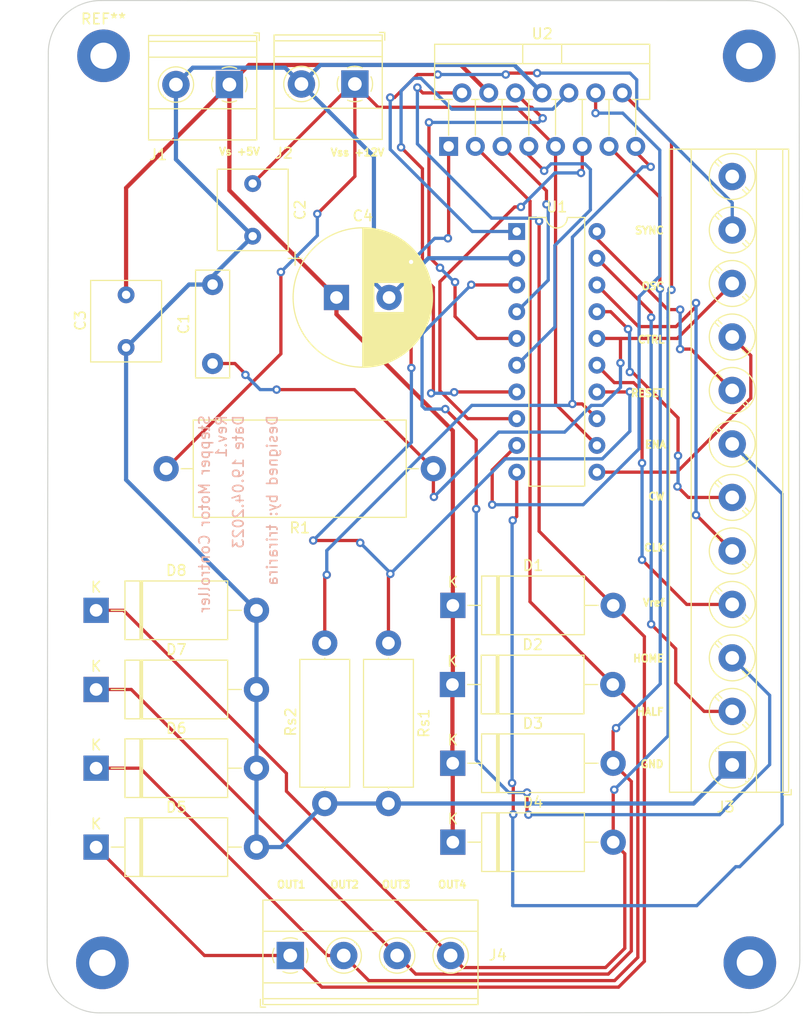
<source format=kicad_pcb>
(kicad_pcb (version 20221018) (generator pcbnew)
  (title_block (title "Stepper Motor Controler") (date "2023-04-19") (rev "REV1") (company "Trilalila"))
  (layers (0 "F.Cu" signal) (31 "B.Cu" signal) (34 "B.Paste" user) (35 "F.Paste" user) (36 "B.SilkS" user "B.Silkscreen") (37 "F.SilkS" user "F.Silkscreen") (38 "B.Mask" user) (39 "F.Mask" user) (44 "Edge.Cuts" user))
  (net 0 "")
  (net 1 "/OSC")
  (net 2 "GND")
  (net 3 "VSS")
  (net 4 "VS")
  (net 5 "Net-(D1-A)")
  (net 6 "Net-(D2-A)")
  (net 7 "Net-(D3-A)")
  (net 8 "Net-(D4-A)")
  (net 9 "/HALF")
  (net 10 "/HOME")
  (net 11 "/Vref")
  (net 12 "/CLK")
  (net 13 "/CW")
  (net 14 "/ENA")
  (net 15 "/RESET")
  (net 16 "/CTRL")
  (net 17 "/SYNC")
  (net 19 "/Rs1")
  (net 20 "/Rs2")
  (net 21 "Net-(U1-A)")
  (net 22 "Net-(U1-INH1)")
  (net 23 "Net-(U1-B)")
  (net 24 "Net-(U1-C)")
  (net 25 "Net-(U1-INH2)")
  (net 26 "Net-(U1-D)")
  (footprint "Diode_THT:D_DO-27_P15.24mm_Horizontal" (layer "F.Cu") (at 153.76 118.083332)
    (fp_text reference "D3" (at 7.62 -3.785) (layer "F.SilkS"))
    (fp_text value "D_Schottky")
    (fp_text user "K" (at 0 -2.2) (layer "F.SilkS"))
    (pad "1" thru_hole rect (at 0 0) (size 2.4 2.4) (drill 1.2) (layers "*.Cu" "*.Mask") (net 4 "VS"))
    (pad "2" thru_hole oval (at 15.24 0) (size 2.4 2.4) (drill 1.2) (layers "*.Cu" "*.Mask") (net 7 "Net-(D3-A)"))
  )
  (footprint "TerminalBlock_Phoenix:TerminalBlock_Phoenix_MKDS-3-12-5.08_1x12_P5.08mm_Horizontal" (layer "F.Cu") (at 180.32 118.24 90)
    (fp_text reference "J3" (at -4 -0.63 180) (layer "F.SilkS"))
    (fp_text value "Screw_Terminal_01x12")
    (pad "1" thru_hole rect (at 0 0 90) (size 2.6 2.6) (drill 1.3) (layers "*.Cu" "*.Mask") (net 2 "GND"))
    (pad "2" thru_hole circle (at 5.08 0 90) (size 2.6 2.6) (drill 1.3) (layers "*.Cu" "*.Mask") (net 9 "/HALF"))
    (pad "3" thru_hole circle (at 10.16 0 90) (size 2.6 2.6) (drill 1.3) (layers "*.Cu" "*.Mask") (net 10 "/HOME"))
    (pad "4" thru_hole circle (at 15.24 0 90) (size 2.6 2.6) (drill 1.3) (layers "*.Cu" "*.Mask") (net 11 "/Vref"))
    (pad "5" thru_hole circle (at 20.32 0 90) (size 2.6 2.6) (drill 1.3) (layers "*.Cu" "*.Mask") (net 12 "/CLK"))
    (pad "6" thru_hole circle (at 25.4 0 90) (size 2.6 2.6) (drill 1.3) (layers "*.Cu" "*.Mask") (net 13 "/CW"))
    (pad "7" thru_hole circle (at 30.48 0 90) (size 2.6 2.6) (drill 1.3) (layers "*.Cu" "*.Mask") (net 14 "/ENA"))
    (pad "8" thru_hole circle (at 35.56 0 90) (size 2.6 2.6) (drill 1.3) (layers "*.Cu" "*.Mask") (net 15 "/RESET"))
    (pad "9" thru_hole circle (at 40.64 0 90) (size 2.6 2.6) (drill 1.3) (layers "*.Cu" "*.Mask") (net 16 "/CTRL"))
    (pad "10" thru_hole circle (at 45.72 0 90) (size 2.6 2.6) (drill 1.3) (layers "*.Cu" "*.Mask") (net 1 "/OSC"))
    (pad "11" thru_hole circle (at 50.8 0 90) (size 2.6 2.6) (drill 1.3) (layers "*.Cu" "*.Mask") (net 17 "/SYNC"))
    (pad "12" thru_hole circle (at 55.88 0 90) (size 2.6 2.6) (drill 1.3) (layers "*.Cu" "*.Mask"))
  )
  (footprint "" (layer "F.Cu") (at 120.4655 137.0445)
    (fp_text reference "" (at 0 0) (layer "F.SilkS") (effects (font (size 1.27 1.27))))
    (fp_text value "" (at 0 0) (layer "F.SilkS") (effects (font (size 1.27 1.27))))
    (pad "1" thru_hole circle (at 0 0) (size 5 5) (drill 2.5) (layers "*.Cu" "*.Mask"))
  )
  (footprint "Capacitor_THT:C_Rect_L7.5mm_W6.5mm_P5.00mm" (layer "F.Cu") (at 134.75 63.03 -90)
    (fp_text reference "C2" (at 2.5 -4.5 90) (layer "F.SilkS"))
    (fp_text value "100nF")
    (pad "1" thru_hole circle (at 0 0 270) (size 1.6 1.6) (drill 0.8) (layers "*.Cu" "*.Mask") (net 3 "VSS"))
    (pad "2" thru_hole circle (at 5 0 270) (size 1.6 1.6) (drill 0.8) (layers "*.Cu" "*.Mask") (net 2 "GND"))
  )
  (footprint "TerminalBlock_Phoenix:TerminalBlock_Phoenix_MKDS-1,5-2-5.08_1x02_P5.08mm_Horizontal" (layer "F.Cu") (at 132.535 53.625 180)
    (fp_text reference "J1" (at 6.775 -6.665) (layer "F.SilkS"))
    (fp_text value "Screw_Terminal_01x02")
    (pad "1" thru_hole rect (at 0 0 180) (size 2.6 2.6) (drill 1.3) (layers "*.Cu" "*.Mask") (net 4 "VS"))
    (pad "2" thru_hole circle (at 5.08 0 180) (size 2.6 2.6) (drill 1.3) (layers "*.Cu" "*.Mask") (net 2 "GND"))
  )
  (footprint "Diode_THT:D_DO-27_P15.24mm_Horizontal" (layer "F.Cu") (at 119.87 103.56)
    (fp_text reference "D8" (at 7.62 -3.785) (layer "F.SilkS"))
    (fp_text value "D_Schottky")
    (fp_text user "K" (at 0 -2.2) (layer "F.SilkS"))
    (pad "1" thru_hole rect (at 0 0) (size 2.4 2.4) (drill 1.2) (layers "*.Cu" "*.Mask") (net 8 "Net-(D4-A)"))
    (pad "2" thru_hole oval (at 15.24 0) (size 2.4 2.4) (drill 1.2) (layers "*.Cu" "*.Mask") (net 2 "GND"))
  )
  (footprint "Diode_THT:D_DO-27_P15.24mm_Horizontal" (layer "F.Cu") (at 153.77 103.09)
    (fp_text reference "D1" (at 7.62 -3.785) (layer "F.SilkS"))
    (fp_text value "D_Schottky")
    (fp_text user "K" (at 0 -2.2) (layer "F.SilkS"))
    (pad "1" thru_hole rect (at 0 0) (size 2.4 2.4) (drill 1.2) (layers "*.Cu" "*.Mask") (net 4 "VS"))
    (pad "2" thru_hole oval (at 15.24 0) (size 2.4 2.4) (drill 1.2) (layers "*.Cu" "*.Mask") (net 5 "Net-(D1-A)"))
  )
  (footprint "Diode_THT:D_DO-27_P15.24mm_Horizontal" (layer "F.Cu") (at 119.87 126.05)
    (fp_text reference "D5" (at 7.62 -3.785) (layer "F.SilkS"))
    (fp_text value "D_Schottky")
    (fp_text user "K" (at 0 -2.2) (layer "F.SilkS"))
    (pad "1" thru_hole rect (at 0 0) (size 2.4 2.4) (drill 1.2) (layers "*.Cu" "*.Mask") (net 5 "Net-(D1-A)"))
    (pad "2" thru_hole oval (at 15.24 0) (size 2.4 2.4) (drill 1.2) (layers "*.Cu" "*.Mask") (net 2 "GND"))
  )
  (footprint "MountingHole:MountingHole_2.5mm_Pad" (layer "F.Cu") (at 120.57553 50.89553)
    (fp_text reference "REF**" (at 0 -3.5) (layer "F.SilkS"))
    (fp_text value "MountingHole_2.5mm_Pad")
    (pad "1" thru_hole circle (at 0 0) (size 5 5) (drill 2.5) (layers "*.Cu" "*.Mask"))
  )
  (footprint "Diode_THT:D_DO-27_P15.24mm_Horizontal" (layer "F.Cu") (at 119.87 111.07875)
    (fp_text reference "D7" (at 7.62 -3.785) (layer "F.SilkS"))
    (fp_text value "D_Schottky")
    (fp_text user "K" (at 0 -2.2) (layer "F.SilkS"))
    (pad "1" thru_hole rect (at 0 0) (size 2.4 2.4) (drill 1.2) (layers "*.Cu" "*.Mask") (net 7 "Net-(D3-A)"))
    (pad "2" thru_hole oval (at 15.24 0) (size 2.4 2.4) (drill 1.2) (layers "*.Cu" "*.Mask") (net 2 "GND"))
  )
  (footprint "Capacitor_THT:C_Rect_L10.0mm_W3.0mm_P7.50mm_FKS3_FKP3" (layer "F.Cu") (at 130.94 80.12 90)
    (fp_text reference "C1" (at 3.75 -2.75 90) (layer "F.SilkS"))
    (fp_text value "3.3nF")
    (pad "1" thru_hole circle (at 0 0 90) (size 2 2) (drill 1) (layers "*.Cu" "*.Mask") (net 1 "/OSC"))
    (pad "2" thru_hole circle (at 7.5 0 90) (size 2 2) (drill 1) (layers "*.Cu" "*.Mask") (net 2 "GND"))
  )
  (footprint "Capacitor_THT:C_Rect_L7.5mm_W6.5mm_P5.00mm" (layer "F.Cu") (at 122.72 73.6 -90)
    (fp_text reference "C3" (at 2.44 4.35 90) (layer "F.SilkS"))
    (fp_text value "100nF")
    (pad "1" thru_hole circle (at 0 0 270) (size 1.6 1.6) (drill 0.8) (layers "*.Cu" "*.Mask") (net 4 "VS"))
    (pad "2" thru_hole circle (at 5 0 270) (size 1.6 1.6) (drill 0.8) (layers "*.Cu" "*.Mask") (net 2 "GND"))
  )
  (footprint "Diode_THT:D_DO-27_P15.24mm_Horizontal" (layer "F.Cu") (at 119.87 118.553332)
    (fp_text reference "D6" (at 7.62 -3.785) (layer "F.SilkS"))
    (fp_text value "D_Schottky")
    (fp_text user "K" (at 0 -2.2) (layer "F.SilkS"))
    (pad "1" thru_hole rect (at 0 0) (size 2.4 2.4) (drill 1.2) (layers "*.Cu" "*.Mask") (net 6 "Net-(D2-A)"))
    (pad "2" thru_hole oval (at 15.24 0) (size 2.4 2.4) (drill 1.2) (layers "*.Cu" "*.Mask") (net 2 "GND"))
  )
  (footprint "Package_TO_SOT_THT:TO-220-15_P2.54x2.54mm_StaggerOdd_Lead4.58mm_Vertical" (layer "F.Cu") (at 153.37 59.5)
    (fp_text reference "U2" (at 8.89 -10.7) (layer "F.SilkS"))
    (fp_text value "L298N")
    (pad "1" thru_hole rect (at 0 0) (size 1.8 1.8) (drill 1) (layers "*.Cu" "*.Mask") (net 19 "/Rs1"))
    (pad "2" thru_hole oval (at 1.27 -5.08) (size 1.8 1.8) (drill 1) (layers "*.Cu" "*.Mask") (net 5 "Net-(D1-A)"))
    (pad "3" thru_hole oval (at 2.54 0) (size 1.8 1.8) (drill 1) (layers "*.Cu" "*.Mask") (net 6 "Net-(D2-A)"))
    (pad "4" thru_hole oval (at 3.81 -5.08) (size 1.8 1.8) (drill 1) (layers "*.Cu" "*.Mask") (net 4 "VS"))
    (pad "5" thru_hole oval (at 5.08 0) (size 1.8 1.8) (drill 1) (layers "*.Cu" "*.Mask") (net 21 "Net-(U1-A)"))
    (pad "6" thru_hole oval (at 6.35 -5.08) (size 1.8 1.8) (drill 1) (layers "*.Cu" "*.Mask") (net 22 "Net-(U1-INH1)"))
    (pad "7" thru_hole oval (at 7.62 0) (size 1.8 1.8) (drill 1) (layers "*.Cu" "*.Mask") (net 23 "Net-(U1-B)"))
    (pad "8" thru_hole oval (at 8.89 -5.08) (size 1.8 1.8) (drill 1) (layers "*.Cu" "*.Mask") (net 2 "GND"))
    (pad "9" thru_hole oval (at 10.16 0) (size 1.8 1.8) (drill 1) (layers "*.Cu" "*.Mask") (net 3 "VSS"))
    (pad "10" thru_hole oval (at 11.43 -5.08) (size 1.8 1.8) (drill 1) (layers "*.Cu" "*.Mask") (net 24 "Net-(U1-C)"))
    (pad "11" thru_hole oval (at 12.7 0) (size 1.8 1.8) (drill 1) (layers "*.Cu" "*.Mask") (net 25 "Net-(U1-INH2)"))
    (pad "12" thru_hole oval (at 13.97 -5.08) (size 1.8 1.8) (drill 1) (layers "*.Cu" "*.Mask") (net 26 "Net-(U1-D)"))
    (pad "13" thru_hole oval (at 15.24 0) (size 1.8 1.8) (drill 1) (layers "*.Cu" "*.Mask") (net 7 "Net-(D3-A)"))
    (pad "14" thru_hole oval (at 16.51 -5.08) (size 1.8 1.8) (drill 1) (layers "*.Cu" "*.Mask") (net 8 "Net-(D4-A)"))
    (pad "15" thru_hole oval (at 17.78 0) (size 1.8 1.8) (drill 1) (layers "*.Cu" "*.Mask") (net 20 "/Rs2"))
  )
  (footprint "TerminalBlock_Phoenix:TerminalBlock_Phoenix_MKDS-1,5-2-5.08_1x02_P5.08mm_Horizontal" (layer "F.Cu") (at 144.46 53.575 180)
    (fp_text reference "J2" (at 6.74 -6.575) (layer "F.SilkS"))
    (fp_text value "Screw_Terminal_01x02")
    (pad "1" thru_hole rect (at 0 0 180) (size 2.6 2.6) (drill 1.3) (layers "*.Cu" "*.Mask") (net 3 "VSS"))
    (pad "2" thru_hole circle (at 5.08 0 180) (size 2.6 2.6) (drill 1.3) (layers "*.Cu" "*.Mask") (net 2 "GND"))
  )
  (footprint "Resistor_THT:R_Axial_DIN0414_L11.9mm_D4.5mm_P15.24mm_Horizontal" (layer "F.Cu") (at 147.65 106.67 -90)
    (fp_text reference "Rs1" (at 7.62 -3.37 90) (layer "F.SilkS"))
    (fp_text value "0.5 Ohm")
    (pad "1" thru_hole circle (at 0 0 270) (size 2.4 2.4) (drill 1.2) (layers "*.Cu" "*.Mask") (net 19 "/Rs1"))
    (pad "2" thru_hole oval (at 15.24 0 270) (size 2.4 2.4) (drill 1.2) (layers "*.Cu" "*.Mask") (net 2 "GND"))
  )
  (footprint "Diode_THT:D_DO-27_P15.24mm_Horizontal" (layer "F.Cu") (at 153.73 110.60875)
    (fp_text reference "D2" (at 7.62 -3.785) (layer "F.SilkS"))
    (fp_text value "D_Schottky")
    (fp_text user "K" (at 0 -2.2) (layer "F.SilkS"))
    (pad "1" thru_hole rect (at 0 0) (size 2.4 2.4) (drill 1.2) (layers "*.Cu" "*.Mask") (net 4 "VS"))
    (pad "2" thru_hole oval (at 15.24 0) (size 2.4 2.4) (drill 1.2) (layers "*.Cu" "*.Mask") (net 6 "Net-(D2-A)"))
  )
  (footprint "TerminalBlock_Phoenix:TerminalBlock_Phoenix_MKDS-1,5-4-5.08_1x04_P5.08mm_Horizontal" (layer "F.Cu") (at 138.32 136.345)
    (fp_text reference "J4" (at 19.72 -0.035) (layer "F.SilkS"))
    (fp_text value "Screw_Terminal_01x04")
    (pad "1" thru_hole rect (at 0 0) (size 2.6 2.6) (drill 1.3) (layers "*.Cu" "*.Mask") (net 5 "Net-(D1-A)"))
    (pad "2" thru_hole circle (at 5.08 0) (size 2.6 2.6) (drill 1.3) (layers "*.Cu" "*.Mask") (net 6 "Net-(D2-A)"))
    (pad "3" thru_hole circle (at 10.16 0) (size 2.6 2.6) (drill 1.3) (layers "*.Cu" "*.Mask") (net 7 "Net-(D3-A)"))
    (pad "4" thru_hole circle (at 15.24 0) (size 2.6 2.6) (drill 1.3) (layers "*.Cu" "*.Mask") (net 8 "Net-(D4-A)"))
  )
  (footprint "Capacitor_THT:CP_Radial_D13.0mm_P5.00mm" (layer "F.Cu") (at 142.71 73.85)
    (fp_text reference "C4" (at 2.5 -7.75) (layer "F.SilkS"))
    (fp_text value "470uF")
    (pad "1" thru_hole rect (at 0 0) (size 2.4 2.4) (drill 1.2) (layers "*.Cu" "*.Mask") (net 4 "VS"))
    (pad "2" thru_hole circle (at 5 0) (size 2.4 2.4) (drill 1.2) (layers "*.Cu" "*.Mask") (net 2 "GND"))
  )
  (footprint "" (layer "F.Cu") (at 181.9345 50.9055)
    (fp_text reference "" (at 0 0) (layer "F.SilkS") (effects (font (size 1.27 1.27))))
    (fp_text value "" (at 0 0) (layer "F.SilkS") (effects (font (size 1.27 1.27))))
    (pad "1" thru_hole circle (at 0 0) (size 5 5) (drill 2.5) (layers "*.Cu" "*.Mask"))
  )
  (footprint "Diode_THT:D_DO-27_P15.24mm_Horizontal" (layer "F.Cu") (at 153.77 125.58)
    (fp_text reference "D4" (at 7.62 -3.785) (layer "F.SilkS"))
    (fp_text value "D_Schottky")
    (fp_text user "K" (at 0 -2.2) (layer "F.SilkS"))
    (pad "1" thru_hole rect (at 0 0) (size 2.4 2.4) (drill 1.2) (layers "*.Cu" "*.Mask") (net 4 "VS"))
    (pad "2" thru_hole oval (at 15.24 0) (size 2.4 2.4) (drill 1.2) (layers "*.Cu" "*.Mask") (net 8 "Net-(D4-A)"))
  )
  (footprint "" (layer "F.Cu") (at 181.9945 137.0245)
    (fp_text reference "" (at 0 0) (layer "F.SilkS") (effects (font (size 1.27 1.27))))
    (fp_text value "" (at 0 0) (layer "F.SilkS") (effects (font (size 1.27 1.27))))
    (pad "1" thru_hole circle (at 0 0) (size 5 5) (drill 2.5) (layers "*.Cu" "*.Mask"))
  )
  (footprint "Resistor_THT:R_Axial_DIN0414_L11.9mm_D4.5mm_P15.24mm_Horizontal" (layer "F.Cu") (at 141.6 106.67 -90)
    (fp_text reference "Rs2" (at 7.49 3.24 90) (layer "F.SilkS"))
    (fp_text value "0.5 Ohm")
    (pad "1" thru_hole circle (at 0 0 270) (size 2.4 2.4) (drill 1.2) (layers "*.Cu" "*.Mask") (net 20 "/Rs2"))
    (pad "2" thru_hole oval (at 15.24 0 270) (size 2.4 2.4) (drill 1.2) (layers "*.Cu" "*.Mask") (net 2 "GND"))
  )
  (footprint "Package_DIP:DIP-20_W7.62mm" (layer "F.Cu") (at 159.84 67.58)
    (fp_text reference "U1" (at 3.81 -2.33) (layer "F.SilkS"))
    (fp_text value "L297")
    (pad "1" thru_hole rect (at 0 0) (size 1.6 1.6) (drill 0.8) (layers "*.Cu" "*.Mask") (net 17 "/SYNC"))
    (pad "2" thru_hole oval (at 0 2.54) (size 1.6 1.6) (drill 0.8) (layers "*.Cu" "*.Mask") (net 2 "GND"))
    (pad "3" thru_hole oval (at 0 5.08) (size 1.6 1.6) (drill 0.8) (layers "*.Cu" "*.Mask") (net 10 "/HOME"))
    (pad "4" thru_hole oval (at 0 7.62) (size 1.6 1.6) (drill 0.8) (layers "*.Cu" "*.Mask") (net 21 "Net-(U1-A)"))
    (pad "5" thru_hole oval (at 0 10.16) (size 1.6 1.6) (drill 0.8) (layers "*.Cu" "*.Mask") (net 22 "Net-(U1-INH1)"))
    (pad "6" thru_hole oval (at 0 12.7) (size 1.6 1.6) (drill 0.8) (layers "*.Cu" "*.Mask") (net 23 "Net-(U1-B)"))
    (pad "7" thru_hole oval (at 0 15.24) (size 1.6 1.6) (drill 0.8) (layers "*.Cu" "*.Mask") (net 24 "Net-(U1-C)"))
    (pad "8" thru_hole oval (at 0 17.78) (size 1.6 1.6) (drill 0.8) (layers "*.Cu" "*.Mask") (net 25 "Net-(U1-INH2)"))
    (pad "9" thru_hole oval (at 0 20.32) (size 1.6 1.6) (drill 0.8) (layers "*.Cu" "*.Mask") (net 26 "Net-(U1-D)"))
    (pad "10" thru_hole oval (at 0 22.86) (size 1.6 1.6) (drill 0.8) (layers "*.Cu" "*.Mask") (net 14 "/ENA"))
    (pad "11" thru_hole oval (at 7.62 22.86) (size 1.6 1.6) (drill 0.8) (layers "*.Cu" "*.Mask") (net 16 "/CTRL"))
    (pad "12" thru_hole oval (at 7.62 20.32) (size 1.6 1.6) (drill 0.8) (layers "*.Cu" "*.Mask") (net 3 "VSS"))
    (pad "13" thru_hole oval (at 7.62 17.78) (size 1.6 1.6) (drill 0.8) (layers "*.Cu" "*.Mask") (net 20 "/Rs2"))
    (pad "14" thru_hole oval (at 7.62 15.24) (size 1.6 1.6) (drill 0.8) (layers "*.Cu" "*.Mask") (net 19 "/Rs1"))
    (pad "15" thru_hole oval (at 7.62 12.7) (size 1.6 1.6) (drill 0.8) (layers "*.Cu" "*.Mask") (net 11 "/Vref"))
    (pad "16" thru_hole oval (at 7.62 10.16) (size 1.6 1.6) (drill 0.8) (layers "*.Cu" "*.Mask") (net 1 "/OSC"))
    (pad "17" thru_hole oval (at 7.62 7.62) (size 1.6 1.6) (drill 0.8) (layers "*.Cu" "*.Mask") (net 13 "/CW"))
    (pad "18" thru_hole oval (at 7.62 5.08) (size 1.6 1.6) (drill 0.8) (layers "*.Cu" "*.Mask") (net 12 "/CLK"))
    (pad "19" thru_hole oval (at 7.62 2.54) (size 1.6 1.6) (drill 0.8) (layers "*.Cu" "*.Mask") (net 9 "/HALF"))
    (pad "20" thru_hole oval (at 7.62 0) (size 1.6 1.6) (drill 0.8) (layers "*.Cu" "*.Mask") (net 15 "/RESET"))
  )
  (footprint "Resistor_THT:R_Axial_DIN0922_L20.0mm_D9.0mm_P25.40mm_Horizontal" (layer "F.Cu") (at 151.92 90.11 180)
    (fp_text reference "R1" (at 12.7 -5.62) (layer "F.SilkS"))
    (fp_text value "22k")
    (pad "1" thru_hole circle (at 0 0 180) (size 2.4 2.4) (drill 1.2) (layers "*.Cu" "*.Mask") (net 1 "/OSC"))
    (pad "2" thru_hole oval (at 25.4 0 180) (size 2.4 2.4) (drill 1.2) (layers "*.Cu" "*.Mask") (net 3 "VSS"))
  )
  (gr_line (start 120.325534 45.645534) (end 181.684466 45.655534) (stroke (width 0.1)) (layer "Edge.Cuts"))
  (gr_arc (start 120.215534 141.794466) (mid 116.68 140.33) (end 115.215534 136.794466) (stroke (width 0.1)) (layer "Edge.Cuts"))
  (gr_arc (start 115.325534 50.645534) (mid 116.79 47.11) (end 120.325534 45.645534) (stroke (width 0.1)) (layer "Edge.Cuts"))
  (gr_line (start 115.215534 136.794466) (end 115.325534 50.645534) (stroke (width 0.1)) (layer "Edge.Cuts"))
  (gr_arc (start 181.684466 45.655534) (mid 185.22 47.12) (end 186.684466 50.655534) (stroke (width 0.1)) (layer "Edge.Cuts"))
  (gr_line (start 181.744466 141.774466) (end 120.215534 141.794466) (stroke (width 0.1)) (layer "Edge.Cuts"))
  (gr_line (start 186.684466 50.655534) (end 186.744466 136.774466) (stroke (width 0.1)) (layer "Edge.Cuts"))
  (gr_arc (start 186.744466 136.774466) (mid 185.28 140.31) (end 181.744466 141.774466) (stroke (width 0.1)) (layer "Edge.Cuts"))
  (gr_text "Stepper Motor Controller\nRev.1\nDate 19.04.2023\n\nDesigned by: trirarira" (at 137.19 84.93 90) (layer "B.SilkS") (effects (font (size 1 1)) (justify left bottom mirror)))
  (gr_text "Vs +5V" (at 131.46 60.4) (layer "F.SilkS") (effects (font (size 0.7 0.7) (thickness 0.175) bold) (justify left bottom)))
  (gr_text "CTRL" (at 171.249999 78.26) (layer "F.SilkS") (effects (font (size 0.7 0.7) (thickness 0.175) bold) (justify left bottom)))
  (gr_text "ENA" (at 171.933331 88.23) (layer "F.SilkS") (effects (font (size 0.7 0.7) (thickness 0.175) bold) (justify left bottom)))
  (gr_text "Vss +12V" (at 142.06 60.48) (layer "F.SilkS") (effects (font (size 0.7 0.7) (thickness 0.175) bold) (justify left bottom)))
  (gr_text "Vref" (at 171.733332 103.24) (layer "F.SilkS") (effects (font (size 0.7 0.7) (thickness 0.175) bold) (justify left bottom)))
  (gr_text "RESET" (at 170.583334 83.34) (layer "F.SilkS") (effects (font (size 0.7 0.7) (thickness 0.175) bold) (justify left bottom)))
  (gr_text "OUT1" (at 136.96 130.02) (layer "F.SilkS") (effects (font (size 0.7 0.7) (thickness 0.175) bold) (justify left bottom)))
  (gr_text "OUT2\n" (at 142.04 130.02) (layer "F.SilkS") (effects (font (size 0.7 0.7) (thickness 0.175) bold) (justify left bottom)))
  (gr_text "GND" (at 171.516666 118.58) (layer "F.SilkS") (effects (font (size 0.7 0.7) (thickness 0.175) bold) (justify left bottom)))
  (gr_text "HOME" (at 170.800001 108.54) (layer "F.SilkS") (effects (font (size 0.7 0.7) (thickness 0.175) bold) (justify left bottom)))
  (gr_text "CW" (at 172.249997 93.16) (layer "F.SilkS") (effects (font (size 0.7 0.7) (thickness 0.175) bold) (justify left bottom)))
  (gr_text "CLK" (at 171.849998 98.02) (layer "F.SilkS") (effects (font (size 0.7 0.7) (thickness 0.175) bold) (justify left bottom)))
  (gr_text "OUT4" (at 152.27 130.02) (layer "F.SilkS") (effects (font (size 0.7 0.7) (thickness 0.175) bold) (justify left bottom)))
  (gr_text "OUT3\n" (at 146.93 130.02) (layer "F.SilkS") (effects (font (size 0.7 0.7) (thickness 0.175) bold) (justify left bottom)))
  (gr_text "SYNC" (at 170.983333 67.89) (layer "F.SilkS") (effects (font (size 0.7 0.7) (thickness 0.175) bold) (justify left bottom)))
  (gr_text "HALF" (at 171.166666 113.61) (layer "F.SilkS") (effects (font (size 0.7 0.7) (thickness 0.175) bold) (justify left bottom)))
  (gr_text "OSC" (at 171.616665 73.18) (layer "F.SilkS") (effects (font (size 0.7 0.7) (thickness 0.175) bold) (justify left bottom)))
  (segment (start 169.7 77.81) (end 169.77 77.74) (width 0.31) (layer "F.Cu") (net 1))
  (segment (start 175.1 77.74) (end 180.32 72.52) (width 0.31) (layer "F.Cu") (net 1))
  (segment (start 134.06 81.12) (end 134.06 81.2) (width 0.31) (layer "F.Cu") (net 1))
  (segment (start 144.41 82.6) (end 137.02 82.6) (width 0.31) (layer "F.Cu") (net 1))
  (segment (start 130.94 80.12) (end 133.06 80.12) (width 0.31) (layer "F.Cu") (net 1))
  (segment (start 133.81 80.87) (end 134.06 81.12) (width 0.31) (layer "F.Cu") (net 1))
  (segment (start 167.46 77.74) (end 169.77 77.74) (width 0.31) (layer "F.Cu") (net 1))
  (segment (start 169.7 80.07) (end 169.7 77.81) (width 0.31) (layer "F.Cu") (net 1))
  (segment (start 151.92 92.74) (end 151.97 92.79) (width 0.31) (layer "F.Cu") (net 1))
  (segment (start 169.77 77.74) (end 175.1 77.74) (width 0.31) (layer "F.Cu") (net 1))
  (segment (start 151.92 90.11) (end 151.92 92.74) (width 0.31) (layer "F.Cu") (net 1))
  (segment (start 133.06 80.12) (end 133.81 80.87) (width 0.31) (layer "F.Cu") (net 1))
  (segment (start 151.92 90.11) (end 144.41 82.6) (width 0.31) (layer "F.Cu") (net 1))
  (via (at 151.97 92.79) (size 0.8) (drill 0.4) (layers "F.Cu" "B.Cu") (net 1))
  (via (at 134.06 81.2) (size 0.8) (drill 0.4) (layers "F.Cu" "B.Cu") (net 1))
  (via (at 169.7 80.07) (size 0.8) (drill 0.4) (layers "F.Cu" "B.Cu") (net 1))
  (via (at 137.02 82.6) (size 0.8) (drill 0.4) (layers "F.Cu" "B.Cu") (net 1))
  (segment (start 166.936019 84.095) (end 167.995 84.095) (width 0.31) (layer "B.Cu") (net 1))
  (segment (start 167.995 84.095) (end 169.7 82.39) (width 0.31) (layer "B.Cu") (net 1))
  (segment (start 158.125 86.635) (end 164.396019 86.635) (width 0.31) (layer "B.Cu") (net 1))
  (segment (start 135.46 82.6) (end 136.78 82.6) (width 0.31) (layer "B.Cu") (net 1))
  (segment (start 134.06 81.2) (end 135.46 82.6) (width 0.31) (layer "B.Cu") (net 1))
  (segment (start 151.97 92.79) (end 158.125 86.635) (width 0.31) (layer "B.Cu") (net 1))
  (segment (start 164.396019 86.635) (end 166.936019 84.095) (width 0.31) (layer "B.Cu") (net 1))
  (segment (start 169.7 82.39) (end 169.7 80.07) (width 0.31) (layer "B.Cu") (net 1))
  (segment (start 145.6325 59.8275) (end 139.38 53.575) (width 0.4) (layer "B.Cu") (net 2))
  (segment (start 137.83 52.025) (end 139.38 53.575) (width 0.4) (layer "B.Cu") (net 2))
  (segment (start 127.455 53.625) (end 127.455 60.735) (width 0.4) (layer "B.Cu") (net 2))
  (segment (start 147.71 73.85) (end 146.27 72.41) (width 0.4) (layer "B.Cu") (net 2))
  (segment (start 146.27 72.41) (end 146.27 60.465) (width 0.4) (layer "B.Cu") (net 2))
  (segment (start 128.7 72.62) (end 122.72 78.6) (width 0.4) (layer "B.Cu") (net 2))
  (segment (start 135.11 126.05) (end 137.46 126.05) (width 0.4) (layer "B.Cu") (net 2))
  (segment (start 134.75 68.03) (end 130.94 71.84) (width 0.4) (layer "B.Cu") (net 2))
  (segment (start 135.11 111.07875) (end 135.11 118.553332) (width 0.4) (layer "B.Cu") (net 2))
  (segment (start 127.455 53.625) (end 129.055 52.025) (width 0.4) (layer "B.Cu") (net 2))
  (segment (start 159.84 70.12) (end 151.44 70.12) (width 0.4) (layer "B.Cu") (net 2))
  (segment (start 137.46 126.05) (end 141.6 121.91) (width 0.4) (layer "B.Cu") (net 2))
  (segment (start 146.27 60.465) (end 145.6325 59.8275) (width 0.4) (layer "B.Cu") (net 2))
  (segment (start 135.11 103.56) (end 135.11 111.07875) (width 0.4) (layer "B.Cu") (net 2))
  (segment (start 122.72 78.6) (end 122.72 91.17) (width 0.4) (layer "B.Cu") (net 2))
  (segment (start 151.44 70.12) (end 147.71 73.85) (width 0.4) (layer "B.Cu") (net 2))
  (segment (start 141.6 121.91) (end 147.65 121.91) (width 0.4) (layer "B.Cu") (net 2))
  (segment (start 130.94 71.84) (end 130.94 72.62) (width 0.4) (layer "B.Cu") (net 2))
  (segment (start 162.26 54.42) (end 159.605 51.765) (width 0.4) (layer "B.Cu") (net 2))
  (segment (start 127.455 60.735) (end 134.75 68.03) (width 0.4) (layer "B.Cu") (net 2))
  (segment (start 129.055 52.025) (end 137.83 52.025) (width 0.4) (layer "B.Cu") (net 2))
  (segment (start 135.11 118.553332) (end 135.11 126.05) (width 0.4) (layer "B.Cu") (net 2))
  (segment (start 159.605 51.765) (end 141.19 51.765) (width 0.4) (layer "B.Cu") (net 2))
  (segment (start 176.65 121.91) (end 180.32 118.24) (width 0.4) (layer "B.Cu") (net 2))
  (segment (start 122.72 91.17) (end 135.11 103.56) (width 0.4) (layer "B.Cu") (net 2))
  (segment (start 141.19 51.765) (end 139.38 53.575) (width 0.4) (layer "B.Cu") (net 2))
  (segment (start 147.65 121.91) (end 176.65 121.91) (width 0.4) (layer "B.Cu") (net 2))
  (segment (start 130.94 72.62) (end 128.7 72.62) (width 0.4) (layer "B.Cu") (net 2))
  (segment (start 144.46 62.34) (end 140.89 65.91) (width 0.31) (layer "F.Cu") (net 3))
  (segment (start 144.205 53.575) (end 144.46 53.575) (width 0.31) (layer "F.Cu") (net 3))
  (segment (start 163.53 59.5) (end 163.53 83.97) (width 0.31) (layer "F.Cu") (net 3))
  (segment (start 144.46 53.575) (end 146.67 55.785) (width 0.31) (layer "F.Cu") (net 3))
  (segment (start 159.815 55.785) (end 163.53 59.5) (width 0.31) (layer "F.Cu") (net 3))
  (segment (start 163.53 83.97) (end 167.46 87.9) (width 0.31) (layer "F.Cu") (net 3))
  (segment (start 134.75 63.03) (end 144.205 53.575) (width 0.31) (layer "F.Cu") (net 3))
  (segment (start 137.43 79.2) (end 126.52 90.11) (width 0.31) (layer "F.Cu") (net 3))
  (segment (start 144.46 53.575) (end 144.46 62.34) (width 0.31) (layer "F.Cu") (net 3))
  (segment (start 146.67 55.785) (end 159.815 55.785) (width 0.31) (layer "F.Cu") (net 3))
  (segment (start 137.43 71.43) (end 137.43 79.2) (width 0.31) (layer "F.Cu") (net 3))
  (via (at 140.89 65.91) (size 0.8) (drill 0.4) (layers "F.Cu" "B.Cu") (net 3))
  (via (at 137.43 71.43) (size 0.8) (drill 0.4) (layers "F.Cu" "B.Cu") (net 3))
  (segment (start 140.89 67.97) (end 137.43 71.43) (width 0.31) (layer "B.Cu") (net 3))
  (segment (start 140.89 65.91) (end 140.89 67.97) (width 0.31) (layer "B.Cu") (net 3))
  (segment (start 142.71 73.85) (end 142.71 75.45) (width 0.4) (layer "F.Cu") (net 4))
  (segment (start 153.73 118.053332) (end 153.76 118.083332) (width 0.4) (layer "F.Cu") (net 4))
  (segment (start 132.535 53.625) (end 132.535 63.675) (width 0.4) (layer "F.Cu") (net 4))
  (segment (start 132.535 63.675) (end 142.71 73.85) (width 0.4) (layer "F.Cu") (net 4))
  (segment (start 132.535 53.625) (end 122.72 63.44) (width 0.4) (layer "F.Cu") (net 4))
  (segment (start 122.72 63.44) (end 122.72 73.6) (width 0.4) (layer "F.Cu") (net 4))
  (segment (start 132.535 53.625) (end 134.395 51.765) (width 0.4) (layer "F.Cu") (net 4))
  (segment (start 153.77 103.09) (end 153.77 110.56875) (width 0.4) (layer "F.Cu") (net 4))
  (segment (start 153.73 110.60875) (end 153.73 118.053332) (width 0.4) (layer "F.Cu") (net 4))
  (segment (start 153.76 118.083332) (end 153.76 125.57) (width 0.4) (layer "F.Cu") (net 4))
  (segment (start 153.77 86.51) (end 153.77 103.09) (width 0.4) (layer "F.Cu") (net 4))
  (segment (start 154.525 51.765) (end 157.18 54.42) (width 0.4) (layer "F.Cu") (net 4))
  (segment (start 142.71 75.45) (end 153.77 86.51) (width 0.4) (layer "F.Cu") (net 4))
  (segment (start 153.77 110.56875) (end 153.73 110.60875) (width 0.4) (layer "F.Cu") (net 4))
  (segment (start 153.76 125.57) (end 153.77 125.58) (width 0.4) (layer "F.Cu") (net 4))
  (segment (start 134.395 51.765) (end 154.525 51.765) (width 0.4) (layer "F.Cu") (net 4))
  (segment (start 171.97 106.05) (end 169.01 103.09) (width 0.31) (layer "F.Cu") (net 5))
  (segment (start 138.32 136.345) (end 141.325 139.35) (width 0.31) (layer "F.Cu") (net 5))
  (segment (start 138.32 136.345) (end 130.165 136.345) (width 0.31) (layer "F.Cu") (net 5))
  (segment (start 130.165 136.345) (end 119.87 126.05) (width 0.31) (layer "F.Cu") (net 5))
  (segment (start 161.9695 96.0495) (end 161.9695 66.6) (width 0.31) (layer "F.Cu") (net 5))
  (segment (start 150.91 54.42) (end 154.64 54.42) (width 0.31) (layer "F.Cu") (net 5))
  (segment (start 150.4 53.91) (end 150.91 54.42) (width 0.31) (layer "F.Cu") (net 5))
  (segment (start 141.325 139.35) (end 169.52 139.35) (width 0.31) (layer "F.Cu") (net 5))
  (segment (start 169.52 139.35) (end 171.97 136.9) (width 0.31) (layer "F.Cu") (net 5))
  (segment (start 171.97 136.9) (end 171.97 106.05) (width 0.31) (layer "F.Cu") (net 5))
  (segment (start 169.01 103.09) (end 161.9695 96.0495) (width 0.31) (layer "F.Cu") (net 5))
  (via (at 150.4 53.91) (size 0.8) (drill 0.4) (layers "F.Cu" "B.Cu") (net 5))
  (via (at 161.9695 66.6) (size 0.8) (drill 0.4) (layers "F.Cu" "B.Cu") (net 5))
  (segment (start 161.9695 66.6) (end 161.6845 66.315) (width 0.31) (layer "B.Cu") (net 5))
  (segment (start 157.455 66.315) (end 150.4 59.26) (width 0.31) (layer "B.Cu") (net 5))
  (segment (start 150.4 59.26) (end 150.4 53.91) (width 0.31) (layer "B.Cu") (net 5))
  (segment (start 161.6845 66.315) (end 157.455 66.315) (width 0.31) (layer "B.Cu") (net 5))
  (segment (start 171.35 112.98875) (end 168.97 110.60875) (width 0.31) (layer "F.Cu") (net 6))
  (segment (start 168.97 110.60875) (end 161.105 102.74375) (width 0.31) (layer "F.Cu") (net 6))
  (segment (start 161.105 102.74375) (end 161.105 64.695) (width 0.31) (layer "F.Cu") (net 6))
  (segment (start 143.4 136.345) (end 145.785 138.73) (width 0.31) (layer "F.Cu") (net 6))
  (segment (start 171.35 136.52) (end 171.35 112.98875) (width 0.31) (layer "F.Cu") (net 6))
  (segment (start 143.4 136.345) (end 141.85 136.345) (width 0.31) (layer "F.Cu") (net 6))
  (segment (start 161.105 64.695) (end 155.91 59.5) (width 0.31) (layer "F.Cu") (net 6))
  (segment (start 124.058332 118.553332) (end 119.87 118.553332) (width 0.31) (layer "F.Cu") (net 6))
  (segment (start 169.14 138.73) (end 171.35 136.52) (width 0.31) (layer "F.Cu") (net 6))
  (segment (start 141.85 136.345) (end 124.058332 118.553332) (width 0.31) (layer "F.Cu") (net 6))
  (segment (start 145.785 138.73) (end 169.14 138.73) (width 0.31) (layer "F.Cu") (net 6))
  (segment (start 148.48 136.345) (end 123.21375 111.07875) (width 0.31) (layer "F.Cu") (net 7))
  (segment (start 170.73 135.92) (end 170.73 119.813332) (width 0.31) (layer "F.Cu") (net 7))
  (segment (start 168.54 138.11) (end 170.73 135.92) (width 0.31) (layer "F.Cu") (net 7))
  (segment (start 170.73 119.813332) (end 169 118.083332) (width 0.31) (layer "F.Cu") (net 7))
  (segment (start 169 118.083332) (end 169 115.03) (width 0.31) (layer "F.Cu") (net 7))
  (segment (start 173.444402 73.027006) (end 173.444402 64.334402) (width 0.31) (layer "F.Cu") (net 7))
  (segment (start 169 115.03) (end 169.28 114.75) (width 0.31) (layer "F.Cu") (net 7))
  (segment (start 173.444402 64.334402) (end 168.61 59.5) (width 0.31) (layer "F.Cu") (net 7))
  (segment (start 148.48 136.345) (end 150.245 138.11) (width 0.31) (layer "F.Cu") (net 7))
  (segment (start 123.21375 111.07875) (end 119.87 111.07875) (width 0.31) (layer "F.Cu") (net 7))
  (segment (start 150.245 138.11) (end 168.54 138.11) (width 0.31) (layer "F.Cu") (net 7))
  (via (at 173.444402 73.027006) (size 0.8) (drill 0.4) (layers "F.Cu" "B.Cu") (net 7))
  (via (at 169.28 114.75) (size 0.8) (drill 0.4) (layers "F.Cu" "B.Cu") (net 7))
  (segment (start 173.48 73.03) (end 173.447396 73.03) (width 0.31) (layer "B.Cu") (net 7))
  (segment (start 173.447396 73.03) (end 173.444402 73.027006) (width 0.31) (layer "B.Cu") (net 7))
  (segment (start 173.48 110.55) (end 173.48 73.03) (width 0.31) (layer "B.Cu") (net 7))
  (segment (start 169.28 114.75) (end 173.48 110.55) (width 0.31) (layer "B.Cu") (net 7))
  (segment (start 169.01 120.7) (end 169.11 120.6) (width 0.31) (layer "F.Cu") (net 8))
  (segment (start 154.705 137.49) (end 168.28 137.49) (width 0.31) (layer "F.Cu") (net 8))
  (segment (start 170.11 135.66) (end 170.11 126.68) (width 0.31) (layer "F.Cu") (net 8))
  (segment (start 174.55 73.12) (end 174.55 59.09) (width 0.31) (layer "F.Cu") (net 8))
  (segment (start 122.471334 103.56) (end 119.87 103.56) (width 0.31) (layer "F.Cu") (net 8))
  (segment (start 169.01 125.58) (end 169.01 120.7) (width 0.31) (layer "F.Cu") (net 8))
  (segment (start 174.55 59.09) (end 169.88 54.42) (width 0.31) (layer "F.Cu") (net 8))
  (segment (start 170.11 126.68) (end 169.01 125.58) (width 0.31) (layer "F.Cu") (net 8))
  (segment (start 137.955 120.74) (end 137.955 119.043666) (width 0.31) (layer "F.Cu") (net 8))
  (segment (start 168.28 137.49) (end 170.11 135.66) (width 0.31) (layer "F.Cu") (net 8))
  (segment (start 153.56 136.345) (end 154.705 137.49) (width 0.31) (layer "F.Cu") (net 8))
  (segment (start 153.56 136.345) (end 137.955 120.74) (width 0.31) (layer "F.Cu") (net 8))
  (segment (start 137.955 119.043666) (end 122.471334 103.56) (width 0.31) (layer "F.Cu") (net 8))
  (via (at 169.11 120.6) (size 0.8) (drill 0.4) (layers "F.Cu" "B.Cu") (net 8))
  (via (at 174.55 73.12) (size 0.8) (drill 0.4) (layers "F.Cu" "B.Cu") (net 8))
  (segment (start 174.22 75.75) (end 174.22 73.45) (width 0.31) (layer "B.Cu") (net 8))
  (segment (start 169.11 120.6) (end 174.22 115.49) (width 0.31) (layer "B.Cu") (net 8))
  (segment (start 174.22 115.49) (end 174.22 75.75) (width 0.31) (layer "B.Cu") (net 8))
  (segment (start 174.22 73.45) (end 174.55 73.12) (width 0.31) (layer "B.Cu") (net 8))
  (segment (start 174.95 110.46) (end 177.65 113.16) (width 0.31) (layer "F.Cu") (net 9))
  (segment (start 167.46 70.12) (end 172.6155 75.2755) (width 0.31) (layer "F.Cu") (net 9))
  (segment (start 174.95 107.2145) (end 174.95 110.46) (width 0.31) (layer "F.Cu") (net 9))
  (segment (start 177.65 113.16) (end 180.32 113.16) (width 0.31) (layer "F.Cu") (net 9))
  (segment (start 172.6155 104.88) (end 174.95 107.2145) (width 0.31) (layer "F.Cu") (net 9))
  (segment (start 172.6155 75.2755) (end 172.6155 75.75) (width 0.31) (layer "F.Cu") (net 9))
  (via (at 172.6155 75.75) (size 0.8) (drill 0.4) (layers "F.Cu" "B.Cu") (net 9))
  (via (at 172.6155 104.88) (size 0.8) (drill 0.4) (layers "F.Cu" "B.Cu") (net 9))
  (segment (start 172.6155 75.75) (end 172.6155 104.88) (width 0.31) (layer "B.Cu") (net 9))
  (segment (start 160.82 122.84) (end 160.82 120.87) (width 0.31) (layer "F.Cu") (net 10))
  (segment (start 155.54 72.66) (end 159.84 72.66) (width 0.31) (layer "F.Cu") (net 10))
  (segment (start 160.95 122.97) (end 160.82 122.84) (width 0.31) (layer "F.Cu") (net 10))
  (segment (start 155.52 72.64) (end 155.54 72.66) (width 0.31) (layer "F.Cu") (net 10))
  (segment (start 155.99 87.382588) (end 153.053706 84.446294) (width 0.31) (layer "F.Cu") (net 10))
  (segment (start 155.99 93.94) (end 155.99 87.382588) (width 0.31) (layer "F.Cu") (net 10))
  (via (at 155.99 93.94) (size 0.8) (drill 0.4) (layers "F.Cu" "B.Cu") (net 10))
  (via (at 153.053706 84.446294) (size 0.8) (drill 0.4) (layers "F.Cu" "B.Cu") (net 10))
  (via (at 160.95 122.97) (size 0.8) (drill 0.4) (layers "F.Cu" "B.Cu") (net 10))
  (via (at 160.82 120.87) (size 0.8) (drill 0.4) (layers "F.Cu" "B.Cu") (net 10))
  (via (at 155.52 72.64) (size 0.8) (drill 0.4) (layers "F.Cu" "B.Cu") (net 10))
  (segment (start 183.88 111.64) (end 183.88 118.21) (width 0.31) (layer "B.Cu") (net 10))
  (segment (start 160.82 120.87) (end 159.086705 120.87) (width 0.31) (layer "B.Cu") (net 10))
  (segment (start 150.843241 84.153241) (end 150.843241 77.316759) (width 0.31) (layer "B.Cu") (net 10))
  (segment (start 183.88 118.21) (end 179.12 122.97) (width 0.31) (layer "B.Cu") (net 10))
  (segment (start 150.843241 77.316759) (end 155.52 72.64) (width 0.31) (layer "B.Cu") (net 10))
  (segment (start 151.136294 84.446294) (end 150.843241 84.153241) (width 0.31) (layer "B.Cu") (net 10))
  (segment (start 179.12 122.97) (end 160.95 122.97) (width 0.31) (layer "B.Cu") (net 10))
  (segment (start 159.086705 120.87) (end 155.99 117.773295) (width 0.31) (layer "B.Cu") (net 10))
  (segment (start 155.99 117.773295) (end 155.99 93.94) (width 0.31) (layer "B.Cu") (net 10))
  (segment (start 153.053706 84.446294) (end 151.136294 84.446294) (width 0.31) (layer "B.Cu") (net 10))
  (segment (start 180.32 108.08) (end 183.88 111.64) (width 0.31) (layer "B.Cu") (net 10))
  (segment (start 167.46 80.28) (end 169.115 81.935) (width 0.31) (layer "F.Cu") (net 11))
  (segment (start 171.75 98.76) (end 175.99 103) (width 0.31) (layer "F.Cu") (net 11))
  (segment (start 175.99 103) (end 180.32 103) (width 0.31) (layer "F.Cu") (net 11))
  (segment (start 170.948295 81.935) (end 171.751 82.737705) (width 0.31) (layer "F.Cu") (net 11))
  (segment (start 171.751 82.737705) (end 171.751 89.5755) (width 0.31) (layer "F.Cu") (net 11))
  (segment (start 169.115 81.935) (end 170.948295 81.935) (width 0.31) (layer "F.Cu") (net 11))
  (via (at 171.751 89.5755) (size 0.8) (drill 0.4) (layers "F.Cu" "B.Cu") (net 11))
  (via (at 171.75 98.76) (size 0.8) (drill 0.4) (layers "F.Cu" "B.Cu") (net 11))
  (segment (start 171.751 98.759) (end 171.75 98.76) (width 0.31) (layer "B.Cu") (net 11))
  (segment (start 171.751 89.5755) (end 171.751 98.759) (width 0.31) (layer "B.Cu") (net 11))
  (segment (start 174.978295 76.615) (end 176.88 74.713295) (width 0.31) (layer "F.Cu") (net 12))
  (segment (start 167.46 72.66) (end 171.415 76.615) (width 0.31) (layer "F.Cu") (net 12))
  (segment (start 176.88 94.51) (end 176.91 94.51) (width 0.31) (layer "F.Cu") (net 12))
  (segment (start 176.91 94.51) (end 180.32 97.92) (width 0.31) (layer "F.Cu") (net 12))
  (segment (start 171.415 76.615) (end 174.978295 76.615) (width 0.31) (layer "F.Cu") (net 12))
  (segment (start 176.88 74.713295) (end 176.88 74.37) (width 0.31) (layer "F.Cu") (net 12))
  (via (at 176.88 94.51) (size 0.8) (drill 0.4) (layers "F.Cu" "B.Cu") (net 12))
  (via (at 176.88 74.37) (size 0.8) (drill 0.4) (layers "F.Cu" "B.Cu") (net 12))
  (segment (start 176.88 74.37) (end 176.88 94.51) (width 0.31) (layer "B.Cu") (net 12))
  (segment (start 170.59 80.93) (end 170.820107 80.93) (width 0.31) (layer "F.Cu") (net 13))
  (segment (start 175.11 91.8) (end 176.15 92.84) (width 0.31) (layer "F.Cu") (net 13))
  (segment (start 175.17 85.279893) (end 175.17 88.88) (width 0.31) (layer "F.Cu") (net 13))
  (segment (start 176.15 92.84) (end 180.32 92.84) (width 0.31) (layer "F.Cu") (net 13))
  (segment (start 168.77 75.2) (end 170.42 76.85) (width 0.31) (layer "F.Cu") (net 13))
  (segment (start 167.46 75.2) (end 168.77 75.2) (width 0.31) (layer "F.Cu") (net 13))
  (segment (start 170.820107 80.93) (end 175.17 85.279893) (width 0.31) (layer "F.Cu") (net 13))
  (via (at 170.42 76.85) (size 0.8) (drill 0.4) (layers "F.Cu" "B.Cu") (net 13))
  (via (at 175.11 91.8) (size 0.8) (drill 0.4) (layers "F.Cu" "B.Cu") (net 13))
  (via (at 170.59 80.93) (size 0.8) (drill 0.4) (layers "F.Cu" "B.Cu") (net 13))
  (via (at 175.17 88.88) (size 0.8) (drill 0.4) (layers "F.Cu" "B.Cu") (net 13))
  (segment (start 175.17 91.74) (end 175.11 91.8) (width 0.31) (layer "B.Cu") (net 13))
  (segment (start 170.565 80.905) (end 170.59 80.93) (width 0.31) (layer "B.Cu") (net 13))
  (segment (start 170.565 76.995) (end 170.565 80.905) (width 0.31) (layer "B.Cu") (net 13))
  (segment (start 170.42 76.85) (end 170.565 76.995) (width 0.31) (layer "B.Cu") (net 13))
  (segment (start 175.17 88.88) (end 175.17 91.74) (width 0.31) (layer "B.Cu") (net 13))
  (segment (start 159.51 120.07) (end 159.4 119.96) (width 0.31) (layer "F.Cu") (net 14))
  (segment (start 159.84 94.64) (end 159.84 90.44) (width 0.31) (layer "F.Cu") (net 14))
  (segment (start 159.46 95.02) (end 159.84 94.64) (width 0.31) (layer "F.Cu") (net 14))
  (segment (start 159.51 122.94) (end 159.51 120.07) (width 0.31) (layer "F.Cu") (net 14))
  (via (at 159.46 95.02) (size 0.8) (drill 0.4) (layers "F.Cu" "B.Cu") (net 14))
  (via (at 159.51 122.94) (size 0.8) (drill 0.4) (layers "F.Cu" "B.Cu") (net 14))
  (via (at 159.4 119.96) (size 0.8) (drill 0.4) (layers "F.Cu" "B.Cu") (net 14))
  (segment (start 176.95 131.61) (end 159.46 131.61) (width 0.31) (layer "B.Cu") (net 14))
  (segment (start 159.4 95.08) (end 159.46 95.02) (width 0.31) (layer "B.Cu") (net 14))
  (segment (start 185.06 123.88) (end 181.03 127.91) (width 0.31) (layer "B.Cu") (net 14))
  (segment (start 181.03 127.91) (end 180.65 127.91) (width 0.31) (layer "B.Cu") (net 14))
  (segment (start 180.32 87.76) (end 185.06 92.5) (width 0.31) (layer "B.Cu") (net 14))
  (segment (start 159.46 122.99) (end 159.51 122.94) (width 0.31) (layer "B.Cu") (net 14))
  (segment (start 180.65 127.91) (end 176.95 131.61) (width 0.31) (layer "B.Cu") (net 14))
  (segment (start 159.4 119.96) (end 159.4 95.08) (width 0.31) (layer "B.Cu") (net 14))
  (segment (start 185.06 92.5) (end 185.06 123.88) (width 0.31) (layer "B.Cu") (net 14))
  (segment (start 159.46 131.61) (end 159.46 122.99) (width 0.31) (layer "B.Cu") (net 14))
  (segment (start 174.194101 75) (end 175.37 75) (width 0.31) (layer "F.Cu") (net 15))
  (segment (start 167.46 68.265899) (end 174.194101 75) (width 0.31) (layer "F.Cu") (net 15))
  (segment (start 175.37 78.75) (end 176.39 78.75) (width 0.31) (layer "F.Cu") (net 15))
  (segment (start 176.39 78.75) (end 180.32 82.68) (width 0.31) (layer "F.Cu") (net 15))
  (segment (start 167.46 67.58) (end 167.46 68.265899) (width 0.31) (layer "F.Cu") (net 15))
  (via (at 175.37 78.75) (size 0.8) (drill 0.4) (layers "F.Cu" "B.Cu") (net 15))
  (via (at 175.37 75) (size 0.8) (drill 0.4) (layers "F.Cu" "B.Cu") (net 15))
  (segment (start 175.37 75) (end 175.37 78.75) (width 0.31) (layer "B.Cu") (net 15))
  (segment (start 175.056087 90.44) (end 182.085 83.411087) (width 0.31) (layer "F.Cu") (net 16))
  (segment (start 182.085 79.365) (end 180.32 77.6) (width 0.31) (layer "F.Cu") (net 16))
  (segment (start 182.085 83.411087) (end 182.085 79.365) (width 0.31) (layer "F.Cu") (net 16))
  (segment (start 167.46 90.44) (end 175.056087 90.44) (width 0.31) (layer "F.Cu") (net 16))
  (segment (start 158.9345 52.54) (end 158.8 52.6745) (width 0.31) (layer "F.Cu") (net 17))
  (segment (start 152.34 52.6745) (end 150.412205 52.6745) (width 0.31) (layer "F.Cu") (net 17))
  (segment (start 148.226705 54.86) (end 147.82 54.86) (width 0.31) (layer "F.Cu") (net 17))
  (segment (start 150.412205 52.6745) (end 148.226705 54.86) (width 0.31) (layer "F.Cu") (net 17))
  (segment (start 161.78 52.54) (end 158.9345 52.54) (width 0.31) (layer "F.Cu") (net 17))
  (via (at 158.8 52.6745) (size 0.8) (drill 0.4) (layers "F.Cu" "B.Cu") (net 17))
  (via (at 161.78 52.54) (size 0.8) (drill 0.4) (layers "F.Cu" "B.Cu") (net 17))
  (via (at 152.34 52.6745) (size 0.8) (drill 0.4) (layers "F.Cu" "B.Cu") (net 17))
  (via (at 147.82 54.86) (size 0.8) (drill 0.4) (layers "F.Cu" "B.Cu") (net 17))
  (segment (start 180.32 67.44) (end 180.32 64.856087) (width 0.31) (layer "B.Cu") (net 17))
  (segment (start 171.245 53.175) (end 170.61 52.54) (width 0.31) (layer "B.Cu") (net 17))
  (segment (start 180.32 64.856087) (end 171.245 55.781087) (width 0.31) (layer "B.Cu") (net 17))
  (segment (start 147.82 54.86) (end 147.82 59.783295) (width 0.31) (layer "B.Cu") (net 17))
  (segment (start 158.8 52.6745) (end 152.34 52.6745) (width 0.31) (layer "B.Cu") (net 17))
  (segment (start 147.82 59.783295) (end 155.616705 67.58) (width 0.31) (layer "B.Cu") (net 17))
  (segment (start 171.245 55.781087) (end 171.245 53.175) (width 0.31) (layer "B.Cu") (net 17))
  (segment (start 155.616705 67.58) (end 159.84 67.58) (width 0.31) (layer "B.Cu") (net 17))
  (segment (start 170.61 52.54) (end 161.78 52.54) (width 0.31) (layer "B.Cu") (net 17))
  (segment (start 147.65 106.67) (end 147.65 100.28) (width 0.31) (layer "F.Cu") (net 19))
  (segment (start 153.37 68.16) (end 153.3 68.23) (width 0.31) (layer "F.Cu") (net 19))
  (segment (start 144.75 96.93) (end 144.97 97.15) (width 0.31) (layer "F.Cu") (net 19))
  (segment (start 147.65 100.28) (end 147.83 100.1) (width 0.31) (layer "F.Cu") (net 19))
  (segment (start 149.801886 70.471886) (end 149.801886 80.511886) (width 0.31) (layer "F.Cu") (net 19))
  (segment (start 170.59 82.8) (end 170.57 82.82) (width 0.31) (layer "F.Cu") (net 19))
  (segment (start 149.801886 80.511886) (end 149.83 80.54) (width 0.31) (layer "F.Cu") (net 19))
  (segment (start 140.5 96.93) (end 144.75 96.93) (width 0.31) (layer "F.Cu") (net 19))
  (segment (start 153.37 59.5) (end 153.37 68.16) (width 0.31) (layer "F.Cu") (net 19))
  (segment (start 170.57 82.82) (end 167.46 82.82) (width 0.31) (layer "F.Cu") (net 19))
  (via (at 144.97 97.15) (size 0.8) (drill 0.4) (layers "F.Cu" "B.Cu") (net 19))
  (via (at 149.801886 70.471886) (size 0.8) (drill 0.4) (layers "F.Cu" "B.Cu") (net 19))
  (via (at 170.59 82.8) (size 0.8) (drill 0.4) (layers "F.Cu" "B.Cu") (net 19))
  (via (at 147.83 100.1) (size 0.8) (drill 0.4) (layers "F.Cu" "B.Cu") (net 19))
  (via (at 140.5 96.93) (size 0.8) (drill 0.4) (layers "F.Cu" "B.Cu") (net 19))
  (via (at 149.83 80.54) (size 0.8) (drill 0.4) (layers "F.Cu" "B.Cu") (net 19))
  (via (at 153.3 68.23) (size 0.8) (drill 0.4) (layers "F.Cu" "B.Cu") (net 19))
  (segment (start 149.83 87.6) (end 141.27 96.16) (width 0.31) (layer "B.Cu") (net 19))
  (segment (start 152.043772 68.23) (end 149.801886 70.471886) (width 0.31) (layer "B.Cu") (net 19))
  (segment (start 147.83 100.01) (end 147.83 100.1) (width 0.31) (layer "B.Cu") (net 19))
  (segment (start 170.59 86.558981) (end 170.59 82.8) (width 0.31) (layer "B.Cu") (net 19))
  (segment (start 158.755 89.175) (end 167.973981 89.175) (width 0.31) (layer "B.Cu") (net 19))
  (segment (start 153.3 68.23) (end 152.043772 68.23) (width 0.31) (layer "B.Cu") (net 19))
  (segment (start 144.97 97.15) (end 147.83 100.01) (width 0.31) (layer "B.Cu") (net 19))
  (segment (start 167.973981 89.175) (end 170.59 86.558981) (width 0.31) (layer "B.Cu") (net 19))
  (segment (start 141.27 96.16) (end 140.5 96.93) (width 0.31) (layer "B.Cu") (net 19))
  (segment (start 147.83 100.1) (end 158.755 89.175) (width 0.31) (layer "B.Cu") (net 19))
  (segment (start 149.83 80.54) (end 149.83 87.6) (width 0.31) (layer "B.Cu") (net 19))
  (segment (start 166.06 83.96) (end 167.46 85.36) (width 0.31) (layer "F.Cu") (net 20))
  (segment (start 171.15 59.5) (end 171.15 60.02) (width 0.31) (layer "F.Cu") (net 20))
  (segment (start 165.13 83.96) (end 166.06 83.96) (width 0.31) (layer "F.Cu") (net 20))
  (segment (start 141.6 106.67) (end 141.6 100.38) (width 0.31) (layer "F.Cu") (net 20))
  (segment (start 171.15 60.02) (end 172.57 61.44) (width 0.31) (layer "F.Cu") (net 20))
  (segment (start 141.6 100.38) (end 141.79 100.19) (width 0.31) (layer "F.Cu") (net 20))
  (via (at 141.79 100.19) (size 0.8) (drill 0.4) (layers "F.Cu" "B.Cu") (net 20))
  (via (at 172.57 61.44) (size 0.8) (drill 0.4) (layers "F.Cu" "B.Cu") (net 20))
  (via (at 165.13 83.96) (size 0.8) (drill 0.4) (layers "F.Cu" "B.Cu") (net 20))
  (segment (start 172.57 61.44) (end 171.811019 61.44) (width 0.31) (layer "B.Cu") (net 20))
  (segment (start 165.13 68.121019) (end 165.13 83.96) (width 0.31) (layer "B.Cu") (net 20))
  (segment (start 171.811019 61.44) (end 165.13 68.121019) (width 0.31) (layer "B.Cu") (net 20))
  (segment (start 141.79 100.19) (end 141.79 97.885334) (width 0.31) (layer "B.Cu") (net 20))
  (segment (start 141.79 97.885334) (end 155.580334 84.095) (width 0.31) (layer "B.Cu") (net 20))
  (segment (start 155.580334 84.095) (end 164.995 84.095) (width 0.31) (layer "B.Cu") (net 20))
  (segment (start 164.995 84.095) (end 165.13 83.96) (width 0.31) (layer "B.Cu") (net 20))
  (segment (start 158.45 59.5) (end 162.6655 63.7155) (width 0.31) (layer "F.Cu") (net 21))
  (segment (start 162.6655 63.7155) (end 162.6655 65) (width 0.31) (layer "F.Cu") (net 21))
  (via (at 162.6655 65) (size 0.8) (drill 0.4) (layers "F.Cu" "B.Cu") (net 21))
  (segment (start 162.8345 65.169) (end 162.8345 72.2055) (width 0.31) (layer "B.Cu") (net 21))
  (segment (start 162.6655 65) (end 162.8345 65.169) (width 0.31) (layer "B.Cu") (net 21))
  (segment (start 162.8345 72.2055) (end 159.84 75.2) (width 0.31) (layer "B.Cu") (net 21))
  (segment (start 151.5 69.9795) (end 152.55 71.0295) (width 0.31) (layer "F.Cu") (net 22))
  (segment (start 156.07 77.74) (end 159.84 77.74) (width 0.31) (layer "F.Cu") (net 22))
  (segment (start 159.72 54.42) (end 161.085 55.785) (width 0.31) (layer "F.Cu") (net 22))
  (segment (start 161.085 55.785) (end 161.265 55.785) (width 0.31) (layer "F.Cu") (net 22))
  (segment (start 161.265 55.785) (end 162.31 56.83) (width 0.31) (layer "F.Cu") (net 22))
  (segment (start 151.5 57.22) (end 151.5 69.9795) (width 0.31) (layer "F.Cu") (net 22))
  (segment (start 153.98 72.39) (end 153.98 75.65) (width 0.31) (layer "F.Cu") (net 22))
  (segment (start 153.98 75.65) (end 156.07 77.74) (width 0.31) (layer "F.Cu") (net 22))
  (via (at 151.5 57.22) (size 0.8) (drill 0.4) (layers "F.Cu" "B.Cu") (net 22))
  (via (at 162.31 56.83) (size 0.8) (drill 0.4) (layers "F.Cu" "B.Cu") (net 22))
  (via (at 152.55 71.0295) (size 0.8) (drill 0.4) (layers "F.Cu" "B.Cu") (net 22))
  (via (at 153.98 72.39) (size 0.8) (drill 0.4) (layers "F.Cu" "B.Cu") (net 22))
  (segment (start 152.55 71.0295) (end 153.9105 72.39) (width 0.31) (layer "B.Cu") (net 22))
  (segment (start 153.9105 72.39) (end 153.98 72.39) (width 0.31) (layer "B.Cu") (net 22))
  (segment (start 161.92 57.22) (end 151.5 57.22) (width 0.31) (layer "B.Cu") (net 22))
  (segment (start 162.31 56.83) (end 161.92 57.22) (width 0.31) (layer "B.Cu") (net 22))
  (segment (start 160.99 60.36) (end 162.448956 61.818956) (width 0.31) (layer "F.Cu") (net 23))
  (segment (start 160.99 59.5) (end 160.99 60.36) (width 0.31) (layer "F.Cu") (net 23))
  (via (at 162.448956 61.818956) (size 0.8) (drill 0.4) (layers "F.Cu" "B.Cu") (net 23))
  (segment (start 166.84 61.686705) (end 166.84 65.534207) (width 0.31) (layer "B.Cu") (net 23))
  (segment (start 166.308295 61.155) (end 166.84 61.686705) (width 0.31) (layer "B.Cu") (net 23))
  (segment (start 163.47 76.65) (end 159.84 80.28) (width 0.31) (layer "B.Cu") (net 23))
  (segment (start 163.47 68.904207) (end 163.47 76.65) (width 0.31) (layer "B.Cu") (net 23))
  (segment (start 166.84 65.534207) (end 163.47 68.904207) (width 0.31) (layer "B.Cu") (net 23))
  (segment (start 163.112912 61.155) (end 166.308295 61.155) (width 0.31) (layer "B.Cu") (net 23))
  (segment (start 162.448956 61.818956) (end 163.112912 61.155) (width 0.31) (layer "B.Cu") (net 23))
  (segment (start 151.92 82.733906) (end 151.708241 82.945665) (width 0.31) (layer "F.Cu") (net 24))
  (segment (start 153.93 82.82) (end 159.84 82.82) (width 0.31) (layer "F.Cu") (net 24))
  (segment (start 151.92 72.89) (end 151.92 82.733906) (width 0.31) (layer "F.Cu") (net 24))
  (segment (start 150.88 61.62) (end 150.88 68.7) (width 0.31) (layer "F.Cu") (net 24))
  (segment (start 153.901294 82.848706) (end 153.93 82.82) (width 0.31) (layer "F.Cu") (net 24))
  (segment (start 150.88 71.85) (end 151.92 72.89) (width 0.31) (layer "F.Cu") (net 24))
  (segment (start 148.85 59.59) (end 150.88 61.62) (width 0.31) (layer "F.Cu") (net 24))
  (segment (start 150.88 68.7) (end 150.88 71.85) (width 0.31) (layer "F.Cu") (net 24))
  (via (at 151.708241 82.945665) (size 0.8) (drill 0.4) (layers "F.Cu" "B.Cu") (net 24))
  (via (at 148.85 59.59) (size 0.8) (drill 0.4) (layers "F.Cu" "B.Cu") (net 24))
  (via (at 153.901294 82.848706) (size 0.8) (drill 0.4) (layers "F.Cu" "B.Cu") (net 24))
  (segment (start 153.804335 82.945665) (end 153.901294 82.848706) (width 0.31) (layer "B.Cu") (net 24))
  (segment (start 164.8 54.42) (end 163.255 55.965) (width 0.31) (layer "B.Cu") (net 24))
  (segment (start 153.678295 55.965) (end 150.743295 53.03) (width 0.31) (layer "B.Cu") (net 24))
  (segment (start 148.85 54.236705) (end 148.85 59.59) (width 0.31) (layer "B.Cu") (net 24))
  (segment (start 163.255 55.965) (end 153.678295 55.965) (width 0.31) (layer "B.Cu") (net 24))
  (segment (start 151.708241 82.945665) (end 153.804335 82.945665) (width 0.31) (layer "B.Cu") (net 24))
  (segment (start 150.743295 53.03) (end 150.056705 53.03) (width 0.31) (layer "B.Cu") (net 24))
  (segment (start 150.056705 53.03) (end 148.85 54.236705) (width 0.31) (layer "B.Cu") (net 24))
  (segment (start 160.2405 65.25) (end 159.64 65.25) (width 0.31) (layer "F.Cu") (net 25))
  (segment (start 159.64 65.25) (end 152.54 72.35) (width 0.31) (layer "F.Cu") (net 25))
  (segment (start 152.54 72.35) (end 152.54 82.71) (width 0.31) (layer "F.Cu") (net 25))
  (segment (start 166.07 61.9) (end 165.95 62.02) (width 0.31) (layer "F.Cu") (net 25))
  (segment (start 155.19 85.36) (end 159.84 85.36) (width 0.31) (layer "F.Cu") (net 25))
  (segment (start 166.07 59.5) (end 166.07 61.9) (width 0.31) (layer "F.Cu") (net 25))
  (segment (start 152.54 82.71) (end 155.19 85.36) (width 0.31) (layer "F.Cu") (net 25))
  (via (at 160.2405 65.25) (size 0.8) (drill 0.4) (layers "F.Cu" "B.Cu") (net 25))
  (via (at 165.95 62.02) (size 0.8) (drill 0.4) (layers "F.Cu" "B.Cu") (net 25))
  (segment (start 163.4705 62.02) (end 160.2405 65.25) (width 0.31) (layer "B.Cu") (net 25))
  (segment (start 165.95 62.02) (end 163.4705 62.02) (width 0.31) (layer "B.Cu") (net 25))
  (segment (start 167.34 54.42) (end 167.34 56.33) (width 0.31) (layer "F.Cu") (net 26))
  (segment (start 167.34 56.33) (end 167.33 56.34) (width 0.31) (layer "F.Cu") (net 26))
  (segment (start 157.51 93.53) (end 157.51 90.23) (width 0.31) (layer "F.Cu") (net 26))
  (segment (start 157.51 90.23) (end 159.84 87.9) (width 0.31) (layer "F.Cu") (net 26))
  (via (at 157.51 93.53) (size 0.8) (drill 0.4) (layers "F.Cu" "B.Cu") (net 26))
  (via (at 167.33 56.34) (size 0.8) (drill 0.4) (layers "F.Cu" "B.Cu") (net 26))
  (segment (start 171.47 88.218981) (end 166.158981 93.53) (width 0.31) (layer "B.Cu") (net 26))
  (segment (start 171.47 73.778113) (end 171.47 88.218981) (width 0.31) (layer "B.Cu") (net 26))
  (segment (start 167.33 56.34) (end 169.920402 56.34) (width 0.31) (layer "B.Cu") (net 26))
  (segment (start 173.435 59.854598) (end 173.435 71.813113) (width 0.31) (layer "B.Cu") (net 26))
  (segment (start 169.920402 56.34) (end 173.435 59.854598) (width 0.31) (layer "B.Cu") (net 26))
  (segment (start 173.435 71.813113) (end 171.47 73.778113) (width 0.31) (layer "B.Cu") (net 26))
  (segment (start 166.158981 93.53) (end 157.51 93.53) (width 0.31) (layer "B.Cu") (net 26))
)
</source>
